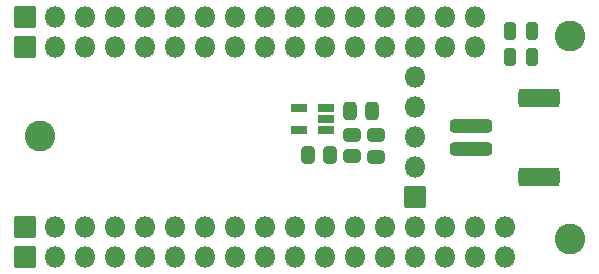
<source format=gts>
G04 #@! TF.GenerationSoftware,KiCad,Pcbnew,(6.0.0-0)*
G04 #@! TF.CreationDate,2023-05-16T16:06:40-07:00*
G04 #@! TF.ProjectId,ItsyBitsy breadboard,49747379-4269-4747-9379-206272656164,0.0.0*
G04 #@! TF.SameCoordinates,Original*
G04 #@! TF.FileFunction,Soldermask,Top*
G04 #@! TF.FilePolarity,Negative*
%FSLAX46Y46*%
G04 Gerber Fmt 4.6, Leading zero omitted, Abs format (unit mm)*
G04 Created by KiCad (PCBNEW (6.0.0-0)) date 2023-05-16 16:06:40*
%MOMM*%
%LPD*%
G01*
G04 APERTURE LIST*
G04 Aperture macros list*
%AMRoundRect*
0 Rectangle with rounded corners*
0 $1 Rounding radius*
0 $2 $3 $4 $5 $6 $7 $8 $9 X,Y pos of 4 corners*
0 Add a 4 corners polygon primitive as box body*
4,1,4,$2,$3,$4,$5,$6,$7,$8,$9,$2,$3,0*
0 Add four circle primitives for the rounded corners*
1,1,$1+$1,$2,$3*
1,1,$1+$1,$4,$5*
1,1,$1+$1,$6,$7*
1,1,$1+$1,$8,$9*
0 Add four rect primitives between the rounded corners*
20,1,$1+$1,$2,$3,$4,$5,0*
20,1,$1+$1,$4,$5,$6,$7,0*
20,1,$1+$1,$6,$7,$8,$9,0*
20,1,$1+$1,$8,$9,$2,$3,0*%
G04 Aperture macros list end*
%ADD10RoundRect,0.050800X0.850000X-0.850000X0.850000X0.850000X-0.850000X0.850000X-0.850000X-0.850000X0*%
%ADD11O,1.801600X1.801600*%
%ADD12RoundRect,0.050800X0.850000X0.850000X-0.850000X0.850000X-0.850000X-0.850000X0.850000X-0.850000X0*%
%ADD13RoundRect,0.300800X1.500000X-0.250000X1.500000X0.250000X-1.500000X0.250000X-1.500000X-0.250000X0*%
%ADD14RoundRect,0.300801X1.449999X-0.499999X1.449999X0.499999X-1.449999X0.499999X-1.449999X-0.499999X0*%
%ADD15RoundRect,0.300800X0.250000X0.475000X-0.250000X0.475000X-0.250000X-0.475000X0.250000X-0.475000X0*%
%ADD16RoundRect,0.294550X0.243750X0.456250X-0.243750X0.456250X-0.243750X-0.456250X0.243750X-0.456250X0*%
%ADD17RoundRect,0.300800X0.450000X-0.262500X0.450000X0.262500X-0.450000X0.262500X-0.450000X-0.262500X0*%
%ADD18RoundRect,0.300800X-0.262500X-0.450000X0.262500X-0.450000X0.262500X0.450000X-0.262500X0.450000X0*%
%ADD19RoundRect,0.200800X0.512500X0.150000X-0.512500X0.150000X-0.512500X-0.150000X0.512500X-0.150000X0*%
%ADD20C,2.601600*%
G04 APERTURE END LIST*
D10*
X111760000Y-115570000D03*
D11*
X114300000Y-115570000D03*
X116840000Y-115570000D03*
X119380000Y-115570000D03*
X121920000Y-115570000D03*
X124460000Y-115570000D03*
X127000000Y-115570000D03*
X129540000Y-115570000D03*
X132080000Y-115570000D03*
X134620000Y-115570000D03*
X137160000Y-115570000D03*
X139700000Y-115570000D03*
X142240000Y-115570000D03*
X144780000Y-115570000D03*
X147320000Y-115570000D03*
X149860000Y-115570000D03*
X152400000Y-115570000D03*
D10*
X111760000Y-100330000D03*
D11*
X114300000Y-100330000D03*
X116840000Y-100330000D03*
X119380000Y-100330000D03*
X121920000Y-100330000D03*
X124460000Y-100330000D03*
X127000000Y-100330000D03*
X129540000Y-100330000D03*
X132080000Y-100330000D03*
X134620000Y-100330000D03*
X137160000Y-100330000D03*
X139700000Y-100330000D03*
X142240000Y-100330000D03*
X144780000Y-100330000D03*
X147320000Y-100330000D03*
X149860000Y-100330000D03*
D12*
X144780000Y-113030000D03*
D11*
X144780000Y-110490000D03*
X144780000Y-107950000D03*
X144780000Y-105410000D03*
X144780000Y-102870000D03*
D13*
X149550000Y-109000000D03*
X149550000Y-107000000D03*
D14*
X155300000Y-104650000D03*
X155300000Y-111350000D03*
D10*
X111760000Y-118110000D03*
D11*
X114300000Y-118110000D03*
X116840000Y-118110000D03*
X119380000Y-118110000D03*
X121920000Y-118110000D03*
X124460000Y-118110000D03*
X127000000Y-118110000D03*
X129540000Y-118110000D03*
X132080000Y-118110000D03*
X134620000Y-118110000D03*
X137160000Y-118110000D03*
X139700000Y-118110000D03*
X142240000Y-118110000D03*
X144780000Y-118110000D03*
X147320000Y-118110000D03*
X149860000Y-118110000D03*
X152400000Y-118110000D03*
D10*
X111760000Y-97790000D03*
D11*
X114300000Y-97790000D03*
X116840000Y-97790000D03*
X119380000Y-97790000D03*
X121920000Y-97790000D03*
X124460000Y-97790000D03*
X127000000Y-97790000D03*
X129540000Y-97790000D03*
X132080000Y-97790000D03*
X134620000Y-97790000D03*
X137160000Y-97790000D03*
X139700000Y-97790000D03*
X142240000Y-97790000D03*
X144780000Y-97790000D03*
X147320000Y-97790000D03*
X149860000Y-97790000D03*
D15*
X141158000Y-105800000D03*
X139258000Y-105800000D03*
D16*
X154683700Y-101200000D03*
X152808700Y-101200000D03*
X154687500Y-99000000D03*
X152812500Y-99000000D03*
D17*
X139446000Y-109612500D03*
X139446000Y-107787500D03*
X141478000Y-109624500D03*
X141478000Y-107799500D03*
D18*
X135739500Y-109474000D03*
X137564500Y-109474000D03*
D19*
X137281500Y-107376000D03*
X137281500Y-106426000D03*
X137281500Y-105476000D03*
X135006500Y-105476000D03*
X135006500Y-107376000D03*
D20*
X157899989Y-99400004D03*
X157899989Y-99400004D03*
X113030000Y-107900000D03*
X113030000Y-107900000D03*
X157899989Y-116599995D03*
X157899989Y-116599995D03*
M02*

</source>
